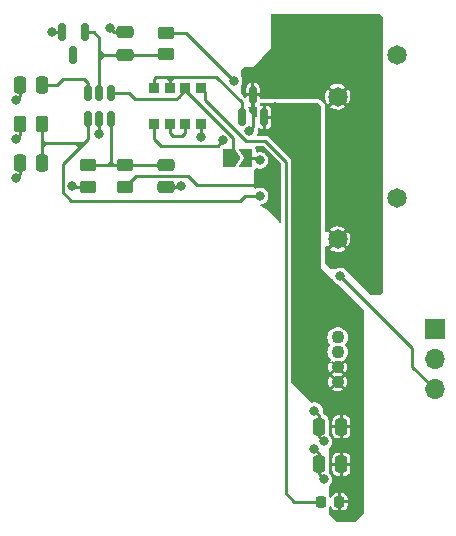
<source format=gbr>
%TF.GenerationSoftware,KiCad,Pcbnew,(6.0.5-0)*%
%TF.CreationDate,2022-07-05T23:07:10-07:00*%
%TF.ProjectId,gigablox-nano-rvp,67696761-626c-46f7-982d-6e616e6f2d72,rev?*%
%TF.SameCoordinates,PX5a1f4a0PY3e77360*%
%TF.FileFunction,Copper,L1,Top*%
%TF.FilePolarity,Positive*%
%FSLAX46Y46*%
G04 Gerber Fmt 4.6, Leading zero omitted, Abs format (unit mm)*
G04 Created by KiCad (PCBNEW (6.0.5-0)) date 2022-07-05 23:07:10*
%MOMM*%
%LPD*%
G01*
G04 APERTURE LIST*
G04 Aperture macros list*
%AMRoundRect*
0 Rectangle with rounded corners*
0 $1 Rounding radius*
0 $2 $3 $4 $5 $6 $7 $8 $9 X,Y pos of 4 corners*
0 Add a 4 corners polygon primitive as box body*
4,1,4,$2,$3,$4,$5,$6,$7,$8,$9,$2,$3,0*
0 Add four circle primitives for the rounded corners*
1,1,$1+$1,$2,$3*
1,1,$1+$1,$4,$5*
1,1,$1+$1,$6,$7*
1,1,$1+$1,$8,$9*
0 Add four rect primitives between the rounded corners*
20,1,$1+$1,$2,$3,$4,$5,0*
20,1,$1+$1,$4,$5,$6,$7,0*
20,1,$1+$1,$6,$7,$8,$9,0*
20,1,$1+$1,$8,$9,$2,$3,0*%
%AMFreePoly0*
4,1,6,1.000000,0.000000,0.500000,-0.750000,-0.500000,-0.750000,-0.500000,0.750000,0.500000,0.750000,1.000000,0.000000,1.000000,0.000000,$1*%
%AMFreePoly1*
4,1,6,0.500000,-0.750000,-0.650000,-0.750000,-0.150000,0.000000,-0.650000,0.750000,0.500000,0.750000,0.500000,-0.750000,0.500000,-0.750000,$1*%
G04 Aperture macros list end*
%TA.AperFunction,SMDPad,CuDef*%
%ADD10RoundRect,0.150000X-0.150000X0.587500X-0.150000X-0.587500X0.150000X-0.587500X0.150000X0.587500X0*%
%TD*%
%TA.AperFunction,SMDPad,CuDef*%
%ADD11R,0.900000X0.900000*%
%TD*%
%TA.AperFunction,SMDPad,CuDef*%
%ADD12RoundRect,0.250000X-0.450000X0.262500X-0.450000X-0.262500X0.450000X-0.262500X0.450000X0.262500X0*%
%TD*%
%TA.AperFunction,SMDPad,CuDef*%
%ADD13RoundRect,0.250000X0.450000X-0.262500X0.450000X0.262500X-0.450000X0.262500X-0.450000X-0.262500X0*%
%TD*%
%TA.AperFunction,SMDPad,CuDef*%
%ADD14RoundRect,0.250000X0.262500X0.450000X-0.262500X0.450000X-0.262500X-0.450000X0.262500X-0.450000X0*%
%TD*%
%TA.AperFunction,SMDPad,CuDef*%
%ADD15RoundRect,0.150000X0.150000X-0.587500X0.150000X0.587500X-0.150000X0.587500X-0.150000X-0.587500X0*%
%TD*%
%TA.AperFunction,SMDPad,CuDef*%
%ADD16FreePoly0,0.000000*%
%TD*%
%TA.AperFunction,SMDPad,CuDef*%
%ADD17FreePoly1,0.000000*%
%TD*%
%TA.AperFunction,ComponentPad*%
%ADD18C,1.650000*%
%TD*%
%TA.AperFunction,ComponentPad*%
%ADD19C,1.100000*%
%TD*%
%TA.AperFunction,ComponentPad*%
%ADD20O,1.700000X1.700000*%
%TD*%
%TA.AperFunction,ComponentPad*%
%ADD21R,1.700000X1.700000*%
%TD*%
%TA.AperFunction,SMDPad,CuDef*%
%ADD22RoundRect,0.150000X0.150000X-0.512500X0.150000X0.512500X-0.150000X0.512500X-0.150000X-0.512500X0*%
%TD*%
%TA.AperFunction,SMDPad,CuDef*%
%ADD23RoundRect,0.218750X-0.218750X-0.256250X0.218750X-0.256250X0.218750X0.256250X-0.218750X0.256250X0*%
%TD*%
%TA.AperFunction,SMDPad,CuDef*%
%ADD24RoundRect,0.250000X0.250000X0.475000X-0.250000X0.475000X-0.250000X-0.475000X0.250000X-0.475000X0*%
%TD*%
%TA.AperFunction,SMDPad,CuDef*%
%ADD25RoundRect,0.250000X0.475000X-0.250000X0.475000X0.250000X-0.475000X0.250000X-0.475000X-0.250000X0*%
%TD*%
%TA.AperFunction,SMDPad,CuDef*%
%ADD26RoundRect,0.250000X-0.475000X0.250000X-0.475000X-0.250000X0.475000X-0.250000X0.475000X0.250000X0*%
%TD*%
%TA.AperFunction,ViaPad*%
%ADD27C,0.800000*%
%TD*%
%TA.AperFunction,Conductor*%
%ADD28C,0.250000*%
%TD*%
G04 APERTURE END LIST*
D10*
%TO.P,U1,1,K*%
%TO.N,+3V0*%
X10450000Y41737500D03*
%TO.P,U1,2,A*%
%TO.N,GND*%
X8550000Y41737500D03*
%TO.P,U1,3*%
%TO.N,N/C*%
X9500000Y39862500D03*
%TD*%
D11*
%TO.P,RN1,8,R1.2*%
%TO.N,/12V_CONN_R*%
X16300000Y37000000D03*
%TO.P,RN1,7,R1.2*%
X17640000Y37000000D03*
%TO.P,RN1,6,R1.2*%
%TO.N,/12V_CONN_EN*%
X18960000Y37000000D03*
%TO.P,RN1,5,R1.2*%
%TO.N,/REG_VIN_K*%
X20300000Y37000000D03*
%TO.P,RN1,4,R1.1*%
%TO.N,GND*%
X20300000Y34000000D03*
%TO.P,RN1,3,R1.1*%
%TO.N,Net-(RN1-Pad2)*%
X18960000Y34000000D03*
%TO.P,RN1,2,R1.1*%
X17640000Y34000000D03*
%TO.P,RN1,1,R1.1*%
%TO.N,/12V_CONN*%
X16300000Y34000000D03*
%TD*%
D12*
%TO.P,R4,1*%
%TO.N,/RST_IN*%
X10700000Y30512500D03*
%TO.P,R4,2*%
%TO.N,GND*%
X10700000Y28687500D03*
%TD*%
D13*
%TO.P,R3,1*%
%TO.N,+12V*%
X13900000Y28687500D03*
%TO.P,R3,2*%
%TO.N,/RST_IN*%
X13900000Y30512500D03*
%TD*%
D14*
%TO.P,R2,2*%
%TO.N,GND*%
X4987500Y34000000D03*
%TO.P,R2,1*%
%TO.N,/RST_CONN*%
X6812500Y34000000D03*
%TD*%
D12*
%TO.P,R1,1*%
%TO.N,+12V*%
X17300000Y41712500D03*
%TO.P,R1,2*%
%TO.N,+3V0*%
X17300000Y39887500D03*
%TD*%
D15*
%TO.P,Q1,1,G*%
%TO.N,/12V_CONN_R*%
X23750000Y34562500D03*
%TO.P,Q1,2,S*%
%TO.N,+12V*%
X25650000Y34562500D03*
%TO.P,Q1,3,D*%
%TO.N,/12V_CONN*%
X24700000Y36437500D03*
%TD*%
D16*
%TO.P,JP1,1,A*%
%TO.N,/12V_CONN_EN*%
X22675000Y31100000D03*
D17*
%TO.P,JP1,2,B*%
%TO.N,GND*%
X24125000Y31100000D03*
%TD*%
D18*
%TO.P,J4,2,Pin_2*%
%TO.N,/12V_CONN*%
X31865000Y24225000D03*
%TO.P,J4,1,Pin_1*%
%TO.N,GND*%
X36865000Y27725000D03*
%TD*%
D19*
%TO.P,J3,1,Pin_1*%
%TO.N,+12V*%
X31865000Y12160000D03*
%TO.P,J3,2,Pin_2*%
X31865000Y13410000D03*
%TO.P,J3,3,Pin_3*%
%TO.N,GND*%
X31865000Y14660000D03*
%TO.P,J3,4,Pin_4*%
X31865000Y15910000D03*
%TD*%
D20*
%TO.P,J2,3,Pin_3*%
%TO.N,/RST_CONN*%
X40120000Y11525000D03*
%TO.P,J2,2,Pin_2*%
%TO.N,unconnected-(J2-Pad2)*%
X40120000Y14065000D03*
D21*
%TO.P,J2,1,Pin_1*%
%TO.N,GND*%
X40120000Y16605000D03*
%TD*%
D18*
%TO.P,J1,2,Pin_2*%
%TO.N,/12V_CONN*%
X31865000Y36290000D03*
%TO.P,J1,1,Pin_1*%
%TO.N,GND*%
X36865000Y39790000D03*
%TD*%
D22*
%TO.P,IC1,6,CDELAY*%
%TO.N,/RST_CDELAY*%
X10750000Y36637500D03*
%TO.P,IC1,5,VCC*%
%TO.N,+3V0*%
X11700000Y36637500D03*
%TO.P,IC1,4,~{OUT}*%
%TO.N,/12V_CONN_EN*%
X12650000Y36637500D03*
%TO.P,IC1,3,IN*%
%TO.N,/RST_IN*%
X12650000Y34362500D03*
%TO.P,IC1,2,GND*%
%TO.N,GND*%
X11700000Y34362500D03*
%TO.P,IC1,1,~{ENABLE}*%
%TO.N,/RST_CONN*%
X10750000Y34362500D03*
%TD*%
D23*
%TO.P,D1,2,A*%
%TO.N,+12V*%
X32017500Y2000000D03*
%TO.P,D1,1,K*%
%TO.N,/REG_VIN_K*%
X30442500Y2000000D03*
%TD*%
D24*
%TO.P,C6,1*%
%TO.N,/RST_CDELAY*%
X6850000Y37300000D03*
%TO.P,C6,2*%
%TO.N,GND*%
X4950000Y37300000D03*
%TD*%
D25*
%TO.P,C5,2*%
%TO.N,GND*%
X13900000Y41750000D03*
%TO.P,C5,1*%
%TO.N,+3V0*%
X13900000Y39850000D03*
%TD*%
D24*
%TO.P,C4,1*%
%TO.N,+12V*%
X32180000Y5175000D03*
%TO.P,C4,2*%
%TO.N,GND*%
X30280000Y5175000D03*
%TD*%
%TO.P,C3,1*%
%TO.N,+12V*%
X32180000Y8350000D03*
%TO.P,C3,2*%
%TO.N,GND*%
X30280000Y8350000D03*
%TD*%
D26*
%TO.P,C2,2*%
%TO.N,GND*%
X17300000Y28650000D03*
%TO.P,C2,1*%
%TO.N,/RST_IN*%
X17300000Y30550000D03*
%TD*%
D24*
%TO.P,C1,1*%
%TO.N,/RST_CONN*%
X6850000Y30700000D03*
%TO.P,C1,2*%
%TO.N,GND*%
X4950000Y30700000D03*
%TD*%
D27*
%TO.N,/12V_CONN*%
X24400000Y33400000D03*
X22200000Y32600000D03*
%TO.N,+12V*%
X23100000Y37600000D03*
X26600000Y35400000D03*
X29100000Y25700000D03*
X26000000Y28800000D03*
%TO.N,/RST_CONN*%
X25300000Y27900000D03*
%TO.N,GND*%
X18600000Y28700000D03*
X9400000Y28700000D03*
X20300000Y32900000D03*
%TO.N,/RST_CONN*%
X32100000Y21100000D03*
%TO.N,GND*%
X30700000Y7100000D03*
X4600000Y36000000D03*
X4600000Y32700000D03*
X4600000Y29400000D03*
X11700000Y33100000D03*
X7700000Y41800000D03*
X12600000Y42100000D03*
X29900000Y9700000D03*
X29900000Y6500000D03*
X30700000Y3900000D03*
X25300000Y30900000D03*
%TD*%
D28*
%TO.N,/12V_CONN*%
X24700000Y36437500D02*
X24700000Y33700000D01*
X24700000Y33700000D02*
X24400000Y33400000D01*
X21700000Y32100000D02*
X16900000Y32100000D01*
X16300000Y32700000D02*
X16300000Y34000000D01*
X16900000Y32100000D02*
X16300000Y32700000D01*
X22200000Y32600000D02*
X21700000Y32100000D01*
%TO.N,Net-(RN1-Pad2)*%
X17640000Y34000000D02*
X17640000Y33260000D01*
X17640000Y33260000D02*
X17900000Y33000000D01*
X17900000Y33000000D02*
X18700000Y33000000D01*
X18700000Y33000000D02*
X18960000Y33260000D01*
X18960000Y33260000D02*
X18960000Y34000000D01*
%TO.N,+12V*%
X18987500Y41712500D02*
X23100000Y37600000D01*
X17300000Y41712500D02*
X18987500Y41712500D01*
X26000000Y28800000D02*
X20000000Y28800000D01*
X13900000Y28687500D02*
X14812500Y29600000D01*
X14812500Y29600000D02*
X19200000Y29600000D01*
X19200000Y29600000D02*
X20000000Y28800000D01*
%TO.N,/RST_CONN*%
X23600000Y27500000D02*
X24000000Y27900000D01*
X24000000Y27900000D02*
X25300000Y27900000D01*
X9750000Y32350000D02*
X7150000Y32350000D01*
X10350000Y32350000D02*
X9750000Y32350000D01*
X8600000Y30600000D02*
X10050000Y32050000D01*
X9750000Y32350000D02*
X10050000Y32050000D01*
X10050000Y32050000D02*
X10350000Y32350000D01*
X23600000Y27500000D02*
X9300000Y27500000D01*
X9300000Y27500000D02*
X8600000Y28200000D01*
X8600000Y28200000D02*
X8600000Y30600000D01*
%TO.N,GND*%
X17300000Y28650000D02*
X18550000Y28650000D01*
X18550000Y28650000D02*
X18600000Y28700000D01*
X10700000Y28687500D02*
X9412500Y28687500D01*
X9412500Y28687500D02*
X9400000Y28700000D01*
%TO.N,/12V_CONN_R*%
X23750000Y35850000D02*
X21600000Y38000000D01*
X23750000Y34562500D02*
X23750000Y35850000D01*
X17400000Y38000000D02*
X17000000Y38000000D01*
X17400000Y38000000D02*
X17400000Y37980000D01*
X17700000Y38000000D02*
X17400000Y38000000D01*
X17400000Y37980000D02*
X17640000Y37740000D01*
X17900000Y38000000D02*
X17700000Y38000000D01*
X17640000Y37740000D02*
X17640000Y37940000D01*
X17640000Y37940000D02*
X17700000Y38000000D01*
X18300000Y38000000D02*
X17900000Y38000000D01*
X17640000Y37000000D02*
X17640000Y37740000D01*
X17640000Y37740000D02*
X17900000Y38000000D01*
X16300000Y37000000D02*
X16300000Y37800000D01*
X16300000Y37800000D02*
X16500000Y38000000D01*
X16500000Y38000000D02*
X17000000Y38000000D01*
%TO.N,/12V_CONN_EN*%
X12650000Y36637500D02*
X14162500Y36637500D01*
X14162500Y36637500D02*
X14700000Y36100000D01*
X18960000Y37000000D02*
X18960000Y36860000D01*
X18960000Y36860000D02*
X18400000Y36300000D01*
X18400000Y36300000D02*
X18200000Y36100000D01*
X18200000Y36100000D02*
X14900000Y36100000D01*
X14900000Y36100000D02*
X14700000Y36100000D01*
%TO.N,GND*%
X20300000Y34000000D02*
X20300000Y32900000D01*
%TO.N,/RST_CONN*%
X38200000Y13445000D02*
X38200000Y15000000D01*
X38200000Y15000000D02*
X32100000Y21100000D01*
X40120000Y11525000D02*
X38200000Y13445000D01*
%TO.N,GND*%
X30280000Y8350000D02*
X30280000Y7520000D01*
X30280000Y7520000D02*
X30700000Y7100000D01*
%TO.N,/REG_VIN_K*%
X30442500Y2000000D02*
X28200000Y2000000D01*
X28200000Y2000000D02*
X27500000Y2700000D01*
X25750000Y32550000D02*
X24150000Y32550000D01*
X27500000Y2700000D02*
X27500000Y30800000D01*
X27500000Y30800000D02*
X25750000Y32550000D01*
X24150000Y32550000D02*
X20651964Y36048036D01*
X20651964Y36048036D02*
X20651964Y36648036D01*
X20651964Y36648036D02*
X20300000Y37000000D01*
%TO.N,/RST_CDELAY*%
X10750000Y36637500D02*
X10750000Y37450000D01*
X8600000Y37800000D02*
X8100000Y37300000D01*
X8100000Y37300000D02*
X6850000Y37300000D01*
X10750000Y37450000D02*
X10400000Y37800000D01*
X10400000Y37800000D02*
X8600000Y37800000D01*
%TO.N,GND*%
X4950000Y37300000D02*
X4950000Y36350000D01*
X4950000Y36350000D02*
X4600000Y36000000D01*
X4987500Y34000000D02*
X4987500Y33087500D01*
X4987500Y33087500D02*
X4600000Y32700000D01*
X4950000Y30700000D02*
X4950000Y29750000D01*
X4950000Y29750000D02*
X4600000Y29400000D01*
%TO.N,/RST_CONN*%
X6850000Y30700000D02*
X6850000Y32150000D01*
X6850000Y32150000D02*
X6850000Y32350000D01*
X7050000Y32350000D02*
X6850000Y32150000D01*
X7150000Y32350000D02*
X7050000Y32350000D01*
X6850000Y32550000D02*
X7050000Y32350000D01*
X6850000Y32350000D02*
X6850000Y32550000D01*
X6850000Y32550000D02*
X6850000Y33962500D01*
X7150000Y32350000D02*
X6850000Y32350000D01*
X10750000Y34362500D02*
X10750000Y32750000D01*
X10750000Y32750000D02*
X10350000Y32350000D01*
X6850000Y33962500D02*
X6812500Y34000000D01*
%TO.N,GND*%
X11700000Y34362500D02*
X11700000Y33100000D01*
%TO.N,/RST_IN*%
X10700000Y30512500D02*
X12412500Y30512500D01*
X12412500Y30512500D02*
X12887500Y30512500D01*
X12650000Y30750000D02*
X12412500Y30512500D01*
X12887500Y30512500D02*
X13900000Y30512500D01*
X12650000Y34362500D02*
X12650000Y30750000D01*
X12650000Y30750000D02*
X12887500Y30512500D01*
X13900000Y30512500D02*
X17262500Y30512500D01*
X17262500Y30512500D02*
X17300000Y30550000D01*
%TO.N,GND*%
X8550000Y41737500D02*
X7762500Y41737500D01*
X7762500Y41737500D02*
X7700000Y41800000D01*
X13900000Y41750000D02*
X12950000Y41750000D01*
X12950000Y41750000D02*
X12600000Y42100000D01*
%TO.N,+3V0*%
X13900000Y39850000D02*
X17262500Y39850000D01*
X17262500Y39850000D02*
X17300000Y39887500D01*
X11700000Y40200000D02*
X11700000Y40000000D01*
X11700000Y40000000D02*
X11800000Y39900000D01*
X11700000Y39500000D02*
X11700000Y40300000D01*
X11700000Y40300000D02*
X11700000Y41300000D01*
X12050000Y39850000D02*
X11700000Y40200000D01*
X11700000Y40200000D02*
X11700000Y40300000D01*
X12050000Y39850000D02*
X11700000Y39500000D01*
X11700000Y36637500D02*
X11700000Y39500000D01*
X13900000Y39850000D02*
X12050000Y39850000D01*
X10450000Y41737500D02*
X11262500Y41737500D01*
X11262500Y41737500D02*
X11700000Y41300000D01*
%TO.N,GND*%
X30280000Y8350000D02*
X30280000Y9320000D01*
X30280000Y9320000D02*
X29900000Y9700000D01*
X30280000Y5175000D02*
X30280000Y6120000D01*
X30280000Y6120000D02*
X29900000Y6500000D01*
X30280000Y5175000D02*
X30280000Y4320000D01*
X30280000Y4320000D02*
X30700000Y3900000D01*
X24125000Y31100000D02*
X25100000Y31100000D01*
X25100000Y31100000D02*
X25300000Y30900000D01*
%TO.N,/12V_CONN_EN*%
X23024022Y32825000D02*
X23024022Y31449022D01*
X23024022Y31449022D02*
X22675000Y31100000D01*
X18960000Y37000000D02*
X18960000Y36889022D01*
X18960000Y36889022D02*
X23024022Y32825000D01*
%TO.N,/12V_CONN_R*%
X21600000Y38000000D02*
X18300000Y38000000D01*
%TD*%
%TA.AperFunction,Conductor*%
%TO.N,+12V*%
G36*
X30217461Y35780787D02*
G01*
X30229465Y35770535D01*
X30470535Y35529465D01*
X30498761Y35474067D01*
X30500000Y35458330D01*
X30500000Y21800000D01*
X31419167Y20880833D01*
X31442505Y20844270D01*
X31466958Y20777449D01*
X31562170Y20635758D01*
X31688432Y20520868D01*
X31838455Y20439412D01*
X31844319Y20437874D01*
X31849960Y20435640D01*
X31849415Y20434263D01*
X31887720Y20412280D01*
X34070535Y18229465D01*
X34098761Y18174067D01*
X34100000Y18158330D01*
X34100000Y1041670D01*
X34080787Y982539D01*
X34070535Y970535D01*
X33434765Y334765D01*
X33379367Y306539D01*
X33363630Y305300D01*
X31836370Y305300D01*
X31777239Y324513D01*
X31765235Y334765D01*
X31129465Y970535D01*
X31101239Y1025933D01*
X31100000Y1041670D01*
X31100000Y1421099D01*
X31116907Y1471328D01*
X31114588Y1472634D01*
X31117955Y1478610D01*
X31122102Y1484073D01*
X31124628Y1490452D01*
X31164217Y1590441D01*
X31203848Y1638347D01*
X31264069Y1653808D01*
X31321877Y1630920D01*
X31351951Y1588719D01*
X31377299Y1521100D01*
X31384112Y1508656D01*
X31456729Y1411764D01*
X31466764Y1401729D01*
X31563656Y1329112D01*
X31576098Y1322300D01*
X31690291Y1279492D01*
X31702453Y1276601D01*
X31751305Y1271293D01*
X31756725Y1271000D01*
X31874067Y1271000D01*
X31886957Y1275188D01*
X31890000Y1279377D01*
X31890000Y1286934D01*
X32145000Y1286934D01*
X32149188Y1274044D01*
X32153377Y1271001D01*
X32278273Y1271001D01*
X32283697Y1271295D01*
X32332541Y1276600D01*
X32344714Y1279494D01*
X32458902Y1322300D01*
X32471344Y1329112D01*
X32568236Y1401729D01*
X32578271Y1411764D01*
X32650888Y1508656D01*
X32657700Y1521098D01*
X32700508Y1635291D01*
X32703399Y1647453D01*
X32708707Y1696305D01*
X32709000Y1701725D01*
X32709000Y1856567D01*
X32704812Y1869457D01*
X32700623Y1872500D01*
X32160933Y1872500D01*
X32148043Y1868312D01*
X32145000Y1864123D01*
X32145000Y1286934D01*
X31890000Y1286934D01*
X31890000Y2143433D01*
X32145000Y2143433D01*
X32149188Y2130543D01*
X32153377Y2127500D01*
X32693066Y2127500D01*
X32705956Y2131688D01*
X32708999Y2135877D01*
X32708999Y2298273D01*
X32708705Y2303697D01*
X32703400Y2352541D01*
X32700506Y2364714D01*
X32657700Y2478902D01*
X32650888Y2491344D01*
X32578271Y2588236D01*
X32568236Y2598271D01*
X32471344Y2670888D01*
X32458902Y2677700D01*
X32344709Y2720508D01*
X32332547Y2723399D01*
X32283695Y2728707D01*
X32278275Y2729000D01*
X32160933Y2729000D01*
X32148043Y2724812D01*
X32145000Y2720623D01*
X32145000Y2143433D01*
X31890000Y2143433D01*
X31890000Y2713066D01*
X31885812Y2725956D01*
X31881623Y2728999D01*
X31756727Y2728999D01*
X31751303Y2728705D01*
X31702459Y2723400D01*
X31690286Y2720506D01*
X31576098Y2677700D01*
X31563656Y2670888D01*
X31466764Y2598271D01*
X31456729Y2588236D01*
X31384112Y2491344D01*
X31377299Y2478900D01*
X31351951Y2411281D01*
X31313204Y2362656D01*
X31253277Y2346093D01*
X31195059Y2367917D01*
X31164217Y2409559D01*
X31124628Y2509548D01*
X31124627Y2509550D01*
X31122102Y2515927D01*
X31117955Y2521390D01*
X31114588Y2527366D01*
X31116907Y2528672D01*
X31100000Y2578901D01*
X31100000Y3267678D01*
X31119213Y3326809D01*
X31135265Y3344175D01*
X31218373Y3415156D01*
X31218375Y3415158D01*
X31222982Y3419093D01*
X31234957Y3435758D01*
X31319061Y3552801D01*
X31319063Y3552804D01*
X31322598Y3557724D01*
X31330528Y3577449D01*
X31384009Y3710487D01*
X31386271Y3716114D01*
X31410324Y3885121D01*
X31410480Y3900000D01*
X31389971Y4069473D01*
X31367995Y4127633D01*
X31342161Y4196000D01*
X31329630Y4229163D01*
X31232939Y4369849D01*
X31228415Y4373880D01*
X31228413Y4373882D01*
X31133678Y4458287D01*
X31102309Y4511968D01*
X31100000Y4533399D01*
X31100000Y4655011D01*
X31426001Y4655011D01*
X31426295Y4649587D01*
X31432014Y4596930D01*
X31434910Y4584751D01*
X31480855Y4462193D01*
X31487672Y4449741D01*
X31565654Y4345689D01*
X31575689Y4335654D01*
X31679741Y4257672D01*
X31692193Y4250855D01*
X31814749Y4204911D01*
X31826932Y4202014D01*
X31879589Y4196293D01*
X31885009Y4196000D01*
X32036567Y4196000D01*
X32049457Y4200188D01*
X32052500Y4204377D01*
X32052500Y4211934D01*
X32307500Y4211934D01*
X32311688Y4199044D01*
X32315877Y4196001D01*
X32474989Y4196001D01*
X32480413Y4196295D01*
X32533070Y4202014D01*
X32545249Y4204910D01*
X32667807Y4250855D01*
X32680259Y4257672D01*
X32784311Y4335654D01*
X32794346Y4345689D01*
X32872328Y4449741D01*
X32879145Y4462193D01*
X32925089Y4584749D01*
X32927986Y4596932D01*
X32933707Y4649589D01*
X32934000Y4655009D01*
X32934000Y5031567D01*
X32929812Y5044457D01*
X32925623Y5047500D01*
X32323433Y5047500D01*
X32310543Y5043312D01*
X32307500Y5039123D01*
X32307500Y4211934D01*
X32052500Y4211934D01*
X32052500Y5031567D01*
X32048312Y5044457D01*
X32044123Y5047500D01*
X31441934Y5047500D01*
X31429044Y5043312D01*
X31426001Y5039123D01*
X31426001Y4655011D01*
X31100000Y4655011D01*
X31100000Y5318433D01*
X31426000Y5318433D01*
X31430188Y5305543D01*
X31434377Y5302500D01*
X32036567Y5302500D01*
X32049457Y5306688D01*
X32052500Y5310877D01*
X32052500Y5318433D01*
X32307500Y5318433D01*
X32311688Y5305543D01*
X32315877Y5302500D01*
X32918066Y5302500D01*
X32930956Y5306688D01*
X32933999Y5310877D01*
X32933999Y5694989D01*
X32933705Y5700413D01*
X32927986Y5753070D01*
X32925090Y5765249D01*
X32879145Y5887807D01*
X32872328Y5900259D01*
X32794346Y6004311D01*
X32784311Y6014346D01*
X32680259Y6092328D01*
X32667807Y6099145D01*
X32545251Y6145089D01*
X32533068Y6147986D01*
X32480411Y6153707D01*
X32474991Y6154000D01*
X32323433Y6154000D01*
X32310543Y6149812D01*
X32307500Y6145623D01*
X32307500Y5318433D01*
X32052500Y5318433D01*
X32052500Y6138066D01*
X32048312Y6150956D01*
X32044123Y6153999D01*
X31885011Y6153999D01*
X31879587Y6153705D01*
X31826930Y6147986D01*
X31814751Y6145090D01*
X31692193Y6099145D01*
X31679741Y6092328D01*
X31575689Y6014346D01*
X31565654Y6004311D01*
X31487672Y5900259D01*
X31480855Y5887807D01*
X31434911Y5765251D01*
X31432014Y5753068D01*
X31426293Y5700411D01*
X31426000Y5694991D01*
X31426000Y5318433D01*
X31100000Y5318433D01*
X31100000Y6467678D01*
X31119213Y6526809D01*
X31135265Y6544175D01*
X31218373Y6615156D01*
X31218375Y6615158D01*
X31222982Y6619093D01*
X31264369Y6676689D01*
X31319061Y6752801D01*
X31319063Y6752804D01*
X31322598Y6757724D01*
X31386271Y6916114D01*
X31410324Y7085121D01*
X31410480Y7100000D01*
X31389971Y7269473D01*
X31367995Y7327633D01*
X31363407Y7339772D01*
X31329630Y7429163D01*
X31232939Y7569849D01*
X31228415Y7573880D01*
X31228413Y7573882D01*
X31133678Y7658287D01*
X31102309Y7711968D01*
X31100000Y7733399D01*
X31100000Y7830011D01*
X31426001Y7830011D01*
X31426295Y7824587D01*
X31432014Y7771930D01*
X31434910Y7759751D01*
X31480855Y7637193D01*
X31487672Y7624741D01*
X31565654Y7520689D01*
X31575689Y7510654D01*
X31679741Y7432672D01*
X31692193Y7425855D01*
X31814749Y7379911D01*
X31826932Y7377014D01*
X31879589Y7371293D01*
X31885009Y7371000D01*
X32036567Y7371000D01*
X32049457Y7375188D01*
X32052500Y7379377D01*
X32052500Y7386934D01*
X32307500Y7386934D01*
X32311688Y7374044D01*
X32315877Y7371001D01*
X32474989Y7371001D01*
X32480413Y7371295D01*
X32533070Y7377014D01*
X32545249Y7379910D01*
X32667807Y7425855D01*
X32680259Y7432672D01*
X32784311Y7510654D01*
X32794346Y7520689D01*
X32872328Y7624741D01*
X32879145Y7637193D01*
X32925089Y7759749D01*
X32927986Y7771932D01*
X32933707Y7824589D01*
X32934000Y7830009D01*
X32934000Y8206567D01*
X32929812Y8219457D01*
X32925623Y8222500D01*
X32323433Y8222500D01*
X32310543Y8218312D01*
X32307500Y8214123D01*
X32307500Y7386934D01*
X32052500Y7386934D01*
X32052500Y8206567D01*
X32048312Y8219457D01*
X32044123Y8222500D01*
X31441934Y8222500D01*
X31429044Y8218312D01*
X31426001Y8214123D01*
X31426001Y7830011D01*
X31100000Y7830011D01*
X31100000Y8493433D01*
X31426000Y8493433D01*
X31430188Y8480543D01*
X31434377Y8477500D01*
X32036567Y8477500D01*
X32049457Y8481688D01*
X32052500Y8485877D01*
X32052500Y8493433D01*
X32307500Y8493433D01*
X32311688Y8480543D01*
X32315877Y8477500D01*
X32918066Y8477500D01*
X32930956Y8481688D01*
X32933999Y8485877D01*
X32933999Y8869989D01*
X32933705Y8875413D01*
X32927986Y8928070D01*
X32925090Y8940249D01*
X32879145Y9062807D01*
X32872328Y9075259D01*
X32794346Y9179311D01*
X32784311Y9189346D01*
X32680259Y9267328D01*
X32667807Y9274145D01*
X32545251Y9320089D01*
X32533068Y9322986D01*
X32480411Y9328707D01*
X32474991Y9329000D01*
X32323433Y9329000D01*
X32310543Y9324812D01*
X32307500Y9320623D01*
X32307500Y8493433D01*
X32052500Y8493433D01*
X32052500Y9313066D01*
X32048312Y9325956D01*
X32044123Y9328999D01*
X31885011Y9328999D01*
X31879587Y9328705D01*
X31826930Y9322986D01*
X31814751Y9320090D01*
X31692193Y9274145D01*
X31679741Y9267328D01*
X31575689Y9189346D01*
X31565654Y9179311D01*
X31487672Y9075259D01*
X31480855Y9062807D01*
X31434911Y8940251D01*
X31432014Y8928068D01*
X31426293Y8875411D01*
X31426000Y8869991D01*
X31426000Y8493433D01*
X31100000Y8493433D01*
X31100000Y8900000D01*
X31092331Y8907669D01*
X31085711Y8928044D01*
X31086482Y8928295D01*
X31078498Y8946484D01*
X31076706Y8946029D01*
X31075118Y8952283D01*
X31074341Y8958703D01*
X31028194Y9075259D01*
X31020858Y9093788D01*
X31020857Y9093790D01*
X31018334Y9100162D01*
X30926348Y9221348D01*
X30805162Y9313334D01*
X30798790Y9315857D01*
X30798788Y9315858D01*
X30764369Y9329485D01*
X30716463Y9369117D01*
X30701920Y9408065D01*
X30697040Y9440522D01*
X30695923Y9447955D01*
X30692938Y9454171D01*
X30691699Y9460956D01*
X30665712Y9510981D01*
X30664300Y9513808D01*
X30643168Y9557815D01*
X30639912Y9564596D01*
X30635813Y9569030D01*
X30634696Y9570688D01*
X30632051Y9575780D01*
X30628326Y9580142D01*
X30625125Y9584893D01*
X30626593Y9585882D01*
X30605794Y9636126D01*
X30606489Y9658173D01*
X30609860Y9681856D01*
X30609861Y9681866D01*
X30610324Y9685121D01*
X30610480Y9700000D01*
X30589971Y9869473D01*
X30587245Y9876689D01*
X30531772Y10023493D01*
X30529630Y10029163D01*
X30432939Y10169849D01*
X30305481Y10283410D01*
X30300125Y10286246D01*
X30300122Y10286248D01*
X30159975Y10360451D01*
X30154613Y10363290D01*
X30045012Y10390820D01*
X29994932Y10403400D01*
X29994930Y10403400D01*
X29989047Y10404878D01*
X29982982Y10404910D01*
X29982980Y10404910D01*
X29905992Y10405312D01*
X29818339Y10405771D01*
X29692397Y10375535D01*
X29630416Y10380414D01*
X29597779Y10402221D01*
X28492839Y11507161D01*
X31398342Y11507161D01*
X31404180Y11500655D01*
X31495492Y11440902D01*
X31505474Y11435859D01*
X31663997Y11376905D01*
X31674837Y11374202D01*
X31842478Y11351834D01*
X31853659Y11351600D01*
X32022091Y11366928D01*
X32033038Y11369176D01*
X32193892Y11421441D01*
X32204063Y11426055D01*
X32324810Y11498034D01*
X32333202Y11507619D01*
X32328436Y11516252D01*
X31876268Y11968420D01*
X31864189Y11974575D01*
X31859077Y11973765D01*
X31404439Y11519127D01*
X31398342Y11507161D01*
X28492839Y11507161D01*
X27959765Y12040235D01*
X27931539Y12095633D01*
X27930300Y12111370D01*
X27930300Y12165703D01*
X31056541Y12165703D01*
X31073044Y11997380D01*
X31075368Y11986444D01*
X31128754Y11825962D01*
X31133441Y11815819D01*
X31203291Y11700484D01*
X31213022Y11692084D01*
X31221479Y11696791D01*
X31673420Y12148732D01*
X31678748Y12159189D01*
X32050425Y12159189D01*
X32051235Y12154077D01*
X32505697Y11699615D01*
X32517762Y11693468D01*
X32524147Y11699156D01*
X32581501Y11785482D01*
X32586613Y11795429D01*
X32646670Y11953528D01*
X32649451Y11964358D01*
X32673331Y12134274D01*
X32673816Y12140577D01*
X32674043Y12156835D01*
X32673734Y12163144D01*
X32654608Y12333660D01*
X32652130Y12344567D01*
X32596512Y12504279D01*
X32591678Y12514369D01*
X32526287Y12619016D01*
X32516258Y12627431D01*
X32508162Y12622850D01*
X32056580Y12171268D01*
X32050425Y12159189D01*
X31678748Y12159189D01*
X31679575Y12160811D01*
X31678765Y12165923D01*
X31223922Y12620766D01*
X31212056Y12626812D01*
X31205430Y12620825D01*
X31143337Y12524475D01*
X31138368Y12514465D01*
X31080523Y12355537D01*
X31077894Y12344671D01*
X31056696Y12176873D01*
X31056541Y12165703D01*
X27930300Y12165703D01*
X27930300Y12784189D01*
X31425425Y12784189D01*
X31426235Y12779077D01*
X31853732Y12351580D01*
X31865811Y12345425D01*
X31870923Y12346235D01*
X32298420Y12773732D01*
X32304575Y12785811D01*
X32303765Y12790923D01*
X31876268Y13218420D01*
X31864189Y13224575D01*
X31859077Y13223765D01*
X31431580Y12796268D01*
X31425425Y12784189D01*
X27930300Y12784189D01*
X27930300Y14660000D01*
X31004989Y14660000D01*
X31023782Y14481194D01*
X31079341Y14310202D01*
X31169236Y14154498D01*
X31269315Y14043349D01*
X31294603Y13986552D01*
X31281676Y13925736D01*
X31235472Y13884133D01*
X31212691Y13877386D01*
X31205430Y13870825D01*
X31143337Y13774475D01*
X31138368Y13764465D01*
X31080523Y13605537D01*
X31077894Y13594671D01*
X31056696Y13426873D01*
X31056541Y13415703D01*
X31073044Y13247380D01*
X31075368Y13236444D01*
X31128754Y13075962D01*
X31133441Y13065819D01*
X31203291Y12950484D01*
X31213022Y12942084D01*
X31221479Y12946791D01*
X31673420Y13398732D01*
X31679575Y13410811D01*
X31678765Y13415923D01*
X31358228Y13736460D01*
X31330002Y13791858D01*
X31339728Y13853266D01*
X31383692Y13897230D01*
X31445100Y13906956D01*
X31470281Y13899498D01*
X31594426Y13844225D01*
X31594428Y13844224D01*
X31597362Y13842918D01*
X31599242Y13842081D01*
X31599132Y13841834D01*
X31636184Y13819128D01*
X31853732Y13601580D01*
X31865811Y13595425D01*
X31870923Y13596235D01*
X32093816Y13819128D01*
X32130868Y13841834D01*
X32130758Y13842081D01*
X32132638Y13842918D01*
X32135572Y13844224D01*
X32135574Y13844225D01*
X32259719Y13899498D01*
X32321553Y13905997D01*
X32375397Y13874909D01*
X32400686Y13818110D01*
X32387759Y13757295D01*
X32371772Y13736460D01*
X32056580Y13421268D01*
X32050425Y13409189D01*
X32051235Y13404077D01*
X32505697Y12949615D01*
X32517762Y12943468D01*
X32524147Y12949156D01*
X32581501Y13035482D01*
X32586613Y13045429D01*
X32646670Y13203528D01*
X32649451Y13214358D01*
X32673331Y13384274D01*
X32673816Y13390577D01*
X32674043Y13406835D01*
X32673734Y13413144D01*
X32654608Y13583660D01*
X32652130Y13594567D01*
X32596512Y13754279D01*
X32591678Y13764369D01*
X32526287Y13869016D01*
X32505518Y13886443D01*
X32471774Y13900077D01*
X32438828Y13952804D01*
X32443166Y14014827D01*
X32461678Y14044452D01*
X32560764Y14154498D01*
X32650659Y14310202D01*
X32706218Y14481194D01*
X32725011Y14660000D01*
X32706218Y14838806D01*
X32650659Y15009798D01*
X32560764Y15165502D01*
X32513778Y15217685D01*
X32488489Y15274484D01*
X32501416Y15335300D01*
X32513778Y15352315D01*
X32557237Y15400581D01*
X32560764Y15404498D01*
X32650659Y15560202D01*
X32706218Y15731194D01*
X32725011Y15910000D01*
X32706218Y16088806D01*
X32650659Y16259798D01*
X32560764Y16415502D01*
X32440460Y16549113D01*
X32295006Y16654791D01*
X32130758Y16727919D01*
X32125608Y16729014D01*
X32125607Y16729014D01*
X31960050Y16764205D01*
X31960045Y16764206D01*
X31954896Y16765300D01*
X31775104Y16765300D01*
X31769955Y16764206D01*
X31769950Y16764205D01*
X31604393Y16729014D01*
X31604392Y16729014D01*
X31599242Y16727919D01*
X31434995Y16654791D01*
X31289540Y16549113D01*
X31169236Y16415502D01*
X31079341Y16259798D01*
X31023782Y16088806D01*
X31004989Y15910000D01*
X31023782Y15731194D01*
X31079341Y15560202D01*
X31169236Y15404498D01*
X31172763Y15400581D01*
X31216222Y15352315D01*
X31241511Y15295516D01*
X31228584Y15234700D01*
X31216222Y15217685D01*
X31169236Y15165502D01*
X31079341Y15009798D01*
X31023782Y14838806D01*
X31004989Y14660000D01*
X27930300Y14660000D01*
X27930300Y30768480D01*
X27930997Y30780305D01*
X27934063Y30806204D01*
X27934063Y30806207D01*
X27934946Y30813668D01*
X27924814Y30869143D01*
X27924299Y30872239D01*
X27922853Y30881859D01*
X27915923Y30927955D01*
X27912938Y30934171D01*
X27911699Y30940956D01*
X27908234Y30947626D01*
X27908231Y30947635D01*
X27885702Y30991003D01*
X27884289Y30993831D01*
X27863169Y31037814D01*
X27863168Y31037815D01*
X27859912Y31044596D01*
X27855820Y31049023D01*
X27854695Y31050693D01*
X27852052Y31055780D01*
X27847930Y31060606D01*
X27812066Y31096470D01*
X27809328Y31099318D01*
X27777187Y31134089D01*
X27777185Y31134091D01*
X27772081Y31139612D01*
X27766223Y31143014D01*
X27759495Y31149041D01*
X26076554Y32831982D01*
X26068686Y32840836D01*
X26052544Y32861312D01*
X26047888Y32867218D01*
X26001481Y32899292D01*
X25998988Y32901073D01*
X25953624Y32934580D01*
X25947117Y32936865D01*
X25941444Y32940786D01*
X25894906Y32955504D01*
X25887702Y32957782D01*
X25884705Y32958782D01*
X25831541Y32977452D01*
X25825517Y32977689D01*
X25823536Y32978075D01*
X25818074Y32979802D01*
X25811747Y32980300D01*
X25761020Y32980300D01*
X25757070Y32980378D01*
X25709766Y32982237D01*
X25709763Y32982237D01*
X25702248Y32982532D01*
X25695700Y32980796D01*
X25686684Y32980300D01*
X25140339Y32980300D01*
X25081208Y32999513D01*
X25044663Y33049813D01*
X25044663Y33111987D01*
X25046999Y33118423D01*
X25084009Y33210487D01*
X25086271Y33216114D01*
X25110324Y33385121D01*
X25110480Y33400000D01*
X25098147Y33501911D01*
X25102101Y33544332D01*
X25107783Y33562298D01*
X25108782Y33565294D01*
X25113727Y33579377D01*
X25117147Y33589115D01*
X25154867Y33638541D01*
X25214434Y33656356D01*
X25258278Y33641538D01*
X25259575Y33644083D01*
X25366545Y33589579D01*
X25381423Y33584745D01*
X25464294Y33571619D01*
X25472162Y33571000D01*
X25506567Y33571000D01*
X25519457Y33575188D01*
X25522500Y33579377D01*
X25522500Y33586934D01*
X25777500Y33586934D01*
X25781688Y33574044D01*
X25785877Y33571001D01*
X25827844Y33571001D01*
X25835693Y33571618D01*
X25918578Y33584745D01*
X25933457Y33589580D01*
X26033369Y33640488D01*
X26046024Y33649682D01*
X26125318Y33728976D01*
X26134512Y33741631D01*
X26185421Y33841545D01*
X26190255Y33856423D01*
X26203381Y33939294D01*
X26204000Y33947162D01*
X26204000Y34419067D01*
X26199812Y34431957D01*
X26195623Y34435000D01*
X25793433Y34435000D01*
X25780543Y34430812D01*
X25777500Y34426623D01*
X25777500Y33586934D01*
X25522500Y33586934D01*
X25522500Y34705933D01*
X25777500Y34705933D01*
X25781688Y34693043D01*
X25785877Y34690000D01*
X26188066Y34690000D01*
X26200956Y34694188D01*
X26203999Y34698377D01*
X26203999Y35177844D01*
X26203382Y35185693D01*
X26190255Y35268578D01*
X26185420Y35283457D01*
X26134512Y35383369D01*
X26125318Y35396024D01*
X26046024Y35475318D01*
X26033369Y35484512D01*
X25933455Y35535421D01*
X25918577Y35540255D01*
X25835706Y35553381D01*
X25827838Y35554000D01*
X25793433Y35554000D01*
X25780543Y35549812D01*
X25777500Y35545623D01*
X25777500Y34705933D01*
X25522500Y34705933D01*
X25522500Y35538066D01*
X25518312Y35550956D01*
X25514123Y35553999D01*
X25472156Y35553999D01*
X25464310Y35553382D01*
X25381043Y35540194D01*
X25319634Y35549921D01*
X25275671Y35593885D01*
X25265945Y35655294D01*
X25270386Y35672879D01*
X25291405Y35732735D01*
X25329123Y35782157D01*
X25386321Y35800000D01*
X30158330Y35800000D01*
X30217461Y35780787D01*
G37*
%TD.AperFunction*%
%TA.AperFunction,Conductor*%
G36*
X25589225Y32100487D02*
G01*
X25601229Y32090235D01*
X27040235Y30651229D01*
X27068461Y30595831D01*
X27069700Y30580094D01*
X27069700Y25674953D01*
X27050487Y25615822D01*
X27000187Y25579277D01*
X26938013Y25579277D01*
X26887713Y25615822D01*
X26879465Y25629281D01*
X26867601Y25652565D01*
X26867600Y25652566D01*
X26866402Y25654918D01*
X26703711Y25905441D01*
X26679151Y25943261D01*
X26679146Y25943268D01*
X26677714Y25945473D01*
X26459687Y26214713D01*
X26214713Y26459687D01*
X25945473Y26677714D01*
X25943268Y26679146D01*
X25943261Y26679151D01*
X25657134Y26864963D01*
X25657133Y26864964D01*
X25654918Y26866402D01*
X25372058Y27010527D01*
X25328095Y27054491D01*
X25318369Y27115899D01*
X25346595Y27171297D01*
X25395271Y27198223D01*
X25534757Y27230169D01*
X25534760Y27230170D01*
X25540667Y27231523D01*
X25693174Y27308226D01*
X25765440Y27369948D01*
X25818373Y27415156D01*
X25818375Y27415158D01*
X25822982Y27419093D01*
X25859347Y27469700D01*
X25919061Y27552801D01*
X25919063Y27552804D01*
X25922598Y27557724D01*
X25932672Y27582782D01*
X25984009Y27710487D01*
X25986271Y27716114D01*
X26010324Y27885121D01*
X26010480Y27900000D01*
X26006349Y27934142D01*
X25990700Y28063448D01*
X25989971Y28069473D01*
X25929630Y28229163D01*
X25832939Y28369849D01*
X25705481Y28483410D01*
X25700125Y28486246D01*
X25700122Y28486248D01*
X25559975Y28560451D01*
X25554613Y28563290D01*
X25445012Y28590820D01*
X25394932Y28603400D01*
X25394930Y28603400D01*
X25389047Y28604878D01*
X25382982Y28604910D01*
X25382980Y28604910D01*
X25305992Y28605312D01*
X25218339Y28605771D01*
X25212442Y28604355D01*
X25212440Y28604355D01*
X25058245Y28567336D01*
X25052347Y28565920D01*
X25046961Y28563140D01*
X25046958Y28563139D01*
X24982935Y28530094D01*
X24946739Y28511412D01*
X24885383Y28501364D01*
X24829839Y28529300D01*
X24801322Y28584550D01*
X24800000Y28600807D01*
X24800000Y30049489D01*
X24819213Y30108620D01*
X24839974Y30129768D01*
X24854527Y30140758D01*
X24896494Y30208537D01*
X24943958Y30248697D01*
X25005962Y30253289D01*
X25030024Y30243989D01*
X25033119Y30242309D01*
X25038455Y30239412D01*
X25044325Y30237872D01*
X25197710Y30197632D01*
X25197711Y30197632D01*
X25203577Y30196093D01*
X25283545Y30194837D01*
X25368201Y30193507D01*
X25368203Y30193507D01*
X25374265Y30193412D01*
X25380176Y30194766D01*
X25380178Y30194766D01*
X25534757Y30230169D01*
X25534760Y30230170D01*
X25540667Y30231523D01*
X25693174Y30308226D01*
X25765440Y30369948D01*
X25818373Y30415156D01*
X25818375Y30415158D01*
X25822982Y30419093D01*
X25826520Y30424016D01*
X25919061Y30552801D01*
X25919063Y30552804D01*
X25922598Y30557724D01*
X25986271Y30716114D01*
X26008269Y30870677D01*
X26009860Y30881859D01*
X26009860Y30881863D01*
X26010324Y30885121D01*
X26010480Y30900000D01*
X26007997Y30920523D01*
X25993047Y31044054D01*
X25989971Y31069473D01*
X25979244Y31097863D01*
X25931772Y31223493D01*
X25929630Y31229163D01*
X25832939Y31369849D01*
X25705481Y31483410D01*
X25700125Y31486246D01*
X25700122Y31486248D01*
X25559975Y31560451D01*
X25554613Y31563290D01*
X25445012Y31590820D01*
X25394932Y31603400D01*
X25394930Y31603400D01*
X25389047Y31604878D01*
X25382982Y31604910D01*
X25382980Y31604910D01*
X25305992Y31605312D01*
X25218339Y31605771D01*
X25149560Y31589259D01*
X25059672Y31567679D01*
X24997690Y31572557D01*
X24950412Y31612936D01*
X24935588Y31665499D01*
X24935588Y31850000D01*
X24934263Y31878657D01*
X24903027Y31988441D01*
X24905940Y31989270D01*
X24899017Y32035756D01*
X24927755Y32090890D01*
X24983412Y32118603D01*
X24998229Y32119700D01*
X25530094Y32119700D01*
X25589225Y32100487D01*
G37*
%TD.AperFunction*%
%TD*%
%TA.AperFunction,Conductor*%
%TO.N,/12V_CONN*%
G36*
X35422761Y43275487D02*
G01*
X35434765Y43265235D01*
X35670535Y43029465D01*
X35698761Y42974067D01*
X35700000Y42958330D01*
X35700000Y19841670D01*
X35680787Y19782539D01*
X35670535Y19770535D01*
X35429465Y19529465D01*
X35374067Y19501239D01*
X35358330Y19500000D01*
X34741670Y19500000D01*
X34682539Y19519213D01*
X34670535Y19529465D01*
X32645604Y21554396D01*
X32640564Y21560456D01*
X32640387Y21560300D01*
X32636371Y21564855D01*
X32632939Y21569849D01*
X32628415Y21573880D01*
X32628413Y21573882D01*
X32609533Y21590703D01*
X32605320Y21594680D01*
X32500000Y21700000D01*
X32489152Y21700000D01*
X32479655Y21704839D01*
X32452064Y21711693D01*
X32359973Y21760452D01*
X32354613Y21763290D01*
X32245346Y21790736D01*
X32194932Y21803400D01*
X32194930Y21803400D01*
X32189047Y21804878D01*
X32182982Y21804910D01*
X32182980Y21804910D01*
X32105992Y21805312D01*
X32018339Y21805771D01*
X32012442Y21804355D01*
X32012440Y21804355D01*
X31858245Y21767336D01*
X31852347Y21765920D01*
X31781717Y21729465D01*
X31746338Y21711205D01*
X31700198Y21700000D01*
X31341670Y21700000D01*
X31282539Y21719213D01*
X31270535Y21729465D01*
X30839765Y22160235D01*
X30811539Y22215633D01*
X30810300Y22231370D01*
X30810300Y23373996D01*
X31200233Y23373996D01*
X31200241Y23373949D01*
X31205853Y23367634D01*
X31344106Y23275256D01*
X31352177Y23270874D01*
X31525908Y23196232D01*
X31534633Y23193397D01*
X31719064Y23151665D01*
X31728169Y23150467D01*
X31917103Y23143043D01*
X31926274Y23143523D01*
X32113405Y23170656D01*
X32122334Y23172800D01*
X32301386Y23233580D01*
X32309770Y23237313D01*
X32474748Y23329705D01*
X32482315Y23334906D01*
X32520545Y23366701D01*
X32527778Y23378165D01*
X32527589Y23381044D01*
X32525554Y23384133D01*
X31876268Y24033420D01*
X31864189Y24039575D01*
X31859077Y24038765D01*
X31206387Y23386074D01*
X31200233Y23373996D01*
X30810300Y23373996D01*
X30810300Y23531034D01*
X30829513Y23590165D01*
X30879813Y23626710D01*
X30941987Y23626710D01*
X30993054Y23589095D01*
X31006935Y23569454D01*
X31017794Y23561345D01*
X31018553Y23561335D01*
X31024786Y23565099D01*
X31673420Y24213732D01*
X31678748Y24224189D01*
X32050425Y24224189D01*
X32051235Y24219077D01*
X32701841Y23568472D01*
X32713919Y23562318D01*
X32716769Y23562770D01*
X32719657Y23565077D01*
X32755094Y23607685D01*
X32760295Y23615252D01*
X32852687Y23780230D01*
X32856420Y23788614D01*
X32917200Y23967666D01*
X32919344Y23976595D01*
X32946713Y24165356D01*
X32947215Y24171247D01*
X32948546Y24222044D01*
X32948352Y24227949D01*
X32930900Y24417887D01*
X32929227Y24426909D01*
X32877900Y24608899D01*
X32874609Y24617472D01*
X32790983Y24787049D01*
X32786177Y24794891D01*
X32722619Y24880007D01*
X32711551Y24887829D01*
X32710080Y24887810D01*
X32704904Y24884591D01*
X32056580Y24236268D01*
X32050425Y24224189D01*
X31678748Y24224189D01*
X31679575Y24225811D01*
X31678765Y24230923D01*
X31028434Y24881253D01*
X31016356Y24887407D01*
X31014203Y24887066D01*
X31010414Y24883956D01*
X30989903Y24857938D01*
X30938207Y24823396D01*
X30876081Y24825837D01*
X30827254Y24864329D01*
X30810300Y24920219D01*
X30810300Y25072765D01*
X31201455Y25072765D01*
X31201784Y25069192D01*
X31203177Y25067136D01*
X31853732Y24416580D01*
X31865811Y24410425D01*
X31870923Y24411235D01*
X32523645Y25063958D01*
X32529799Y25076036D01*
X32529128Y25080271D01*
X32528367Y25081277D01*
X32528051Y25081569D01*
X32520773Y25087154D01*
X32360856Y25188053D01*
X32352669Y25192225D01*
X32177052Y25262289D01*
X32168241Y25264899D01*
X31982793Y25301787D01*
X31973655Y25302747D01*
X31784593Y25305223D01*
X31775436Y25304502D01*
X31589086Y25272481D01*
X31580207Y25270101D01*
X31402819Y25204660D01*
X31394520Y25200701D01*
X31232024Y25104026D01*
X31224599Y25098632D01*
X31208385Y25084412D01*
X31201455Y25072765D01*
X30810300Y25072765D01*
X30810300Y35438996D01*
X31200233Y35438996D01*
X31200241Y35438949D01*
X31205853Y35432634D01*
X31344106Y35340256D01*
X31352177Y35335874D01*
X31525908Y35261232D01*
X31534633Y35258397D01*
X31719064Y35216665D01*
X31728169Y35215467D01*
X31917103Y35208043D01*
X31926274Y35208523D01*
X32113405Y35235656D01*
X32122334Y35237800D01*
X32301386Y35298580D01*
X32309770Y35302313D01*
X32474748Y35394705D01*
X32482315Y35399906D01*
X32520545Y35431701D01*
X32527778Y35443165D01*
X32527589Y35446044D01*
X32525554Y35449133D01*
X31876268Y36098420D01*
X31864189Y36104575D01*
X31859077Y36103765D01*
X31206387Y35451074D01*
X31200233Y35438996D01*
X30810300Y35438996D01*
X30810300Y35458330D01*
X30809343Y35482685D01*
X30808104Y35498422D01*
X30775242Y35614938D01*
X30773002Y35619333D01*
X30771198Y35623944D01*
X30773013Y35624655D01*
X30767878Y35657126D01*
X30736094Y35685370D01*
X30692276Y35745679D01*
X30692274Y35745682D01*
X30689950Y35748880D01*
X30448880Y35989950D01*
X30447792Y35990956D01*
X30431676Y36005854D01*
X30431657Y36005871D01*
X30430984Y36006493D01*
X30418980Y36016745D01*
X30414675Y36019156D01*
X30414672Y36019158D01*
X30363793Y36047651D01*
X30313350Y36075900D01*
X30254219Y36095113D01*
X30250312Y36095732D01*
X30250307Y36095733D01*
X30194477Y36104575D01*
X30158330Y36110300D01*
X25386321Y36110300D01*
X25369749Y36107775D01*
X25308400Y36117864D01*
X25264696Y36162087D01*
X25254000Y36207228D01*
X25254000Y36294067D01*
X25249812Y36306957D01*
X25245623Y36310000D01*
X24843433Y36310000D01*
X24830543Y36305812D01*
X24827500Y36301623D01*
X24827500Y35461934D01*
X24831688Y35449044D01*
X24835877Y35446001D01*
X24877844Y35446001D01*
X24885703Y35446619D01*
X24932177Y35453980D01*
X24993586Y35444254D01*
X25030909Y35411470D01*
X25038831Y35399906D01*
X25053873Y35377946D01*
X25071437Y35318304D01*
X25065795Y35287768D01*
X25047713Y35236278D01*
X25044700Y35204405D01*
X25044700Y34681415D01*
X25025488Y34622286D01*
X24975188Y34585741D01*
X24913014Y34585741D01*
X24872463Y34610788D01*
X24384261Y35105964D01*
X24356428Y35161561D01*
X24355299Y35176593D01*
X24355299Y35204404D01*
X24352287Y35236278D01*
X24320388Y35327115D01*
X24318924Y35389269D01*
X24354274Y35440416D01*
X24412937Y35461016D01*
X24431043Y35459805D01*
X24514292Y35446620D01*
X24522162Y35446000D01*
X24556567Y35446000D01*
X24569457Y35450188D01*
X24572500Y35454377D01*
X24572500Y36294067D01*
X24568312Y36306957D01*
X24564123Y36310000D01*
X24161934Y36310000D01*
X24149044Y36305812D01*
X24145908Y36301495D01*
X24144762Y36294262D01*
X24142497Y36294621D01*
X24126788Y36246274D01*
X24076488Y36209729D01*
X24014314Y36209729D01*
X23974266Y36234270D01*
X23894774Y36313762D01*
X30782050Y36313762D01*
X30794417Y36125078D01*
X30795851Y36116021D01*
X30842396Y35932751D01*
X30845463Y35924091D01*
X30908839Y35786620D01*
X30913296Y35748966D01*
X30946038Y35720621D01*
X31006934Y35634455D01*
X31017794Y35626345D01*
X31018553Y35626335D01*
X31024786Y35630099D01*
X31673420Y36278732D01*
X31678748Y36289189D01*
X32050425Y36289189D01*
X32051235Y36284077D01*
X32701841Y35633472D01*
X32713919Y35627318D01*
X32716769Y35627770D01*
X32719657Y35630077D01*
X32755094Y35672685D01*
X32760295Y35680252D01*
X32852687Y35845230D01*
X32856420Y35853614D01*
X32917200Y36032666D01*
X32919344Y36041595D01*
X32946713Y36230356D01*
X32947215Y36236247D01*
X32948546Y36287044D01*
X32948352Y36292949D01*
X32930900Y36482887D01*
X32929227Y36491909D01*
X32877900Y36673899D01*
X32874609Y36682472D01*
X32790983Y36852049D01*
X32786177Y36859891D01*
X32722619Y36945007D01*
X32711551Y36952829D01*
X32710080Y36952810D01*
X32704904Y36949591D01*
X32056580Y36301268D01*
X32050425Y36289189D01*
X31678748Y36289189D01*
X31679575Y36290811D01*
X31678765Y36295923D01*
X31028434Y36946253D01*
X31016356Y36952407D01*
X31014203Y36952066D01*
X31010414Y36948956D01*
X30959051Y36883803D01*
X30954051Y36876104D01*
X30866009Y36708764D01*
X30862496Y36700282D01*
X30806424Y36519700D01*
X30804516Y36510723D01*
X30782290Y36322948D01*
X30782050Y36313762D01*
X23894774Y36313762D01*
X23729465Y36479071D01*
X23701239Y36534469D01*
X23700000Y36550206D01*
X23700000Y36580933D01*
X24146000Y36580933D01*
X24150188Y36568043D01*
X24154377Y36565000D01*
X24556567Y36565000D01*
X24569457Y36569188D01*
X24572500Y36573377D01*
X24572500Y36580933D01*
X24827500Y36580933D01*
X24831688Y36568043D01*
X24835877Y36565000D01*
X25238066Y36565000D01*
X25250956Y36569188D01*
X25253999Y36573377D01*
X25253999Y37052844D01*
X25253382Y37060693D01*
X25241176Y37137765D01*
X31201455Y37137765D01*
X31201784Y37134192D01*
X31203177Y37132136D01*
X31853732Y36481580D01*
X31865811Y36475425D01*
X31870923Y36476235D01*
X32523645Y37128958D01*
X32529799Y37141036D01*
X32529128Y37145271D01*
X32528367Y37146277D01*
X32528051Y37146569D01*
X32520773Y37152154D01*
X32360856Y37253053D01*
X32352669Y37257225D01*
X32177052Y37327289D01*
X32168241Y37329899D01*
X31982793Y37366787D01*
X31973655Y37367747D01*
X31784593Y37370223D01*
X31775436Y37369502D01*
X31589086Y37337481D01*
X31580207Y37335101D01*
X31402819Y37269660D01*
X31394520Y37265701D01*
X31232024Y37169026D01*
X31224599Y37163632D01*
X31208385Y37149412D01*
X31201455Y37137765D01*
X25241176Y37137765D01*
X25240255Y37143578D01*
X25235420Y37158457D01*
X25184512Y37258369D01*
X25175318Y37271024D01*
X25096024Y37350318D01*
X25083369Y37359512D01*
X24983455Y37410421D01*
X24968577Y37415255D01*
X24885706Y37428381D01*
X24877838Y37429000D01*
X24843433Y37429000D01*
X24830543Y37424812D01*
X24827500Y37420623D01*
X24827500Y36580933D01*
X24572500Y36580933D01*
X24572500Y37413066D01*
X24568312Y37425956D01*
X24564123Y37428999D01*
X24522156Y37428999D01*
X24514307Y37428382D01*
X24431422Y37415255D01*
X24416543Y37410420D01*
X24316631Y37359512D01*
X24303976Y37350318D01*
X24224682Y37271024D01*
X24215488Y37258369D01*
X24164579Y37158455D01*
X24159745Y37143577D01*
X24146619Y37060706D01*
X24146000Y37052838D01*
X24146000Y36580933D01*
X23700000Y36580933D01*
X23700000Y37193879D01*
X23717092Y37246958D01*
X23716137Y37247483D01*
X23718851Y37252420D01*
X23718903Y37252581D01*
X23719059Y37252798D01*
X23719061Y37252802D01*
X23722598Y37257724D01*
X23727397Y37269660D01*
X23784009Y37410487D01*
X23786271Y37416114D01*
X23810324Y37585121D01*
X23810480Y37600000D01*
X23789971Y37769473D01*
X23781806Y37791083D01*
X23731773Y37923492D01*
X23731773Y37923493D01*
X23729630Y37929163D01*
X23726197Y37934158D01*
X23726195Y37934162D01*
X23717694Y37946530D01*
X23700000Y38003511D01*
X23700000Y38458330D01*
X23719213Y38517461D01*
X23729465Y38529465D01*
X23970535Y38770535D01*
X24025933Y38798761D01*
X24041670Y38800000D01*
X24800000Y38800000D01*
X26200000Y40400000D01*
X26200000Y43194100D01*
X26219213Y43253231D01*
X26269513Y43289776D01*
X26300600Y43294700D01*
X35363630Y43294700D01*
X35422761Y43275487D01*
G37*
%TD.AperFunction*%
%TD*%
M02*

</source>
